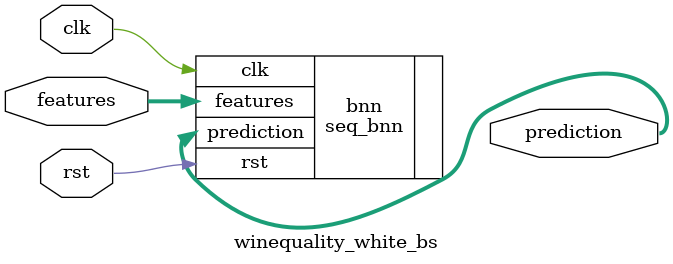
<source format=v>













module winequality_white_bs #(

parameter FEAT_CNT = 11,
parameter HIDDEN_CNT = 40,
parameter FEAT_BITS = 4,
parameter CLASS_CNT = 7,
parameter TEST_CNT = 5


  ) (
  input clk,
  input rst,
  input [FEAT_CNT*FEAT_BITS-1:0] features,
  output [$clog2(CLASS_CNT)-1:0] prediction
  );

  localparam Weights0 = 440'b01011011001001010110011000111111100001101110011110111101111010000011000010100110111100010000110010110011100101010111010001001000111000101011010101001110010111011110101100111011111000110011011010110110011111001000001111001101001001101000010110100001111111101110001001001000111100001010010111011000101010001111011111100101110010110001011100100001001001110010100011000000000001001011010100011010101110001001110001001010111111100000111001011000 ;
  localparam Weights1 = 280'b0110101101111010110110010101001100000000111001110111011111111000110100011011000011101011011100101111000011010111101100001100101101000010001100000101011110110000111010110111001011111000110101111101100011101011011100101111110011000111101100011110001101010011010011001100000001110011 ;

  seq_bnn #(.FEAT_CNT(FEAT_CNT),.FEAT_BITS(FEAT_BITS),.HIDDEN_CNT(HIDDEN_CNT),.CLASS_CNT(CLASS_CNT),.Weights0(Weights0),.Weights1(Weights1)) bnn (
    .clk(clk),
    .rst(rst),
    .features(features),
    .prediction(prediction)
  );

endmodule

</source>
